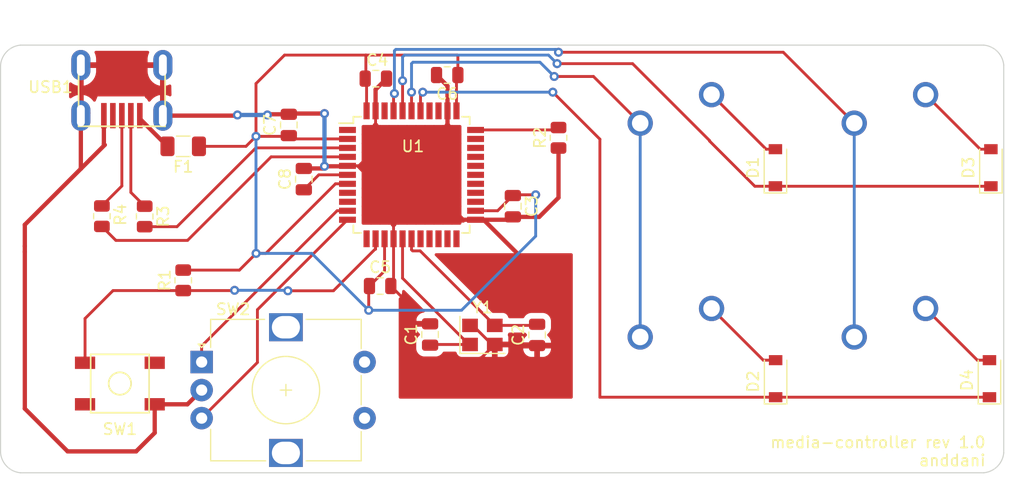
<source format=kicad_pcb>
(kicad_pcb (version 20211014) (generator pcbnew)
  (layers (0 "F.Cu" signal) (31 "B.Cu" signal) (34 "B.Paste" user) (35 "F.Paste" user) (36 "B.SilkS" user "B.Silkscreen") (37 "F.SilkS" user "F.Silkscreen") (38 "B.Mask" user) (39 "F.Mask" user) (44 "Edge.Cuts" user))
  (net 0 "")
  (net 1 "Net-(C1-Pad1)")
  (net 2 "GND")
  (net 3 "Net-(C2-Pad2)")
  (net 4 "VCC")
  (net 5 "Net-(C8-Pad1)")
  (net 6 "/row0")
  (net 7 "Net-(D1-Pad2)")
  (net 8 "/row1")
  (net 9 "Net-(D2-Pad2)")
  (net 10 "Net-(D3-Pad2)")
  (net 11 "Net-(D4-Pad2)")
  (net 12 "+5V")
  (net 13 "/col0")
  (net 14 "/col1")
  (net 15 "Net-(R1-Pad1)")
  (net 16 "Net-(R2-Pad2)")
  (net 17 "Net-(R3-Pad1)")
  (net 18 "Net-(R3-Pad2)")
  (net 19 "Net-(R4-Pad1)")
  (net 20 "Net-(R4-Pad2)")
  (net 21 "/EN1")
  (net 22 "/EN2")
  (footprint "Capacitor_SMD:C_0805_2012Metric" (layer "F.Cu") (at 140.081 95.035 90)
    (fp_text reference "C2" (at 0 -1.68 90) (layer "F.SilkS"))
    (fp_text value "22p")
    (fp_line (start -0.261252 -0.735) (end 0.261252 -0.735) (layer "F.SilkS") (width 0.12))
    (fp_line (start -0.261252 0.735) (end 0.261252 0.735) (layer "F.SilkS") (width 0.12))
    (pad "1" smd roundrect (at -0.95 0 90) (size 1 1.45) (layers "F.Cu" "F.Paste" "F.Mask") (net 2 "GND"))
    (pad "2" smd roundrect (at 0.95 0 90) (size 1 1.45) (layers "F.Cu" "F.Paste" "F.Mask") (net 3 "Net-(C2-Pad2)"))
  )
  (footprint "random-keyboard-parts:Molex-0548190589" (layer "F.Cu") (at 103.124 70.996505 -90)
    (fp_text reference "USB1" (at 1.96 6.35) (layer "F.SilkS"))
    (fp_text value "Molex-0548190589")
    (fp_line (start 5.45 -3.85) (end 5.45 3.85) (layer "F.SilkS") (width 0.15))
    (fp_line (start 0 3.85) (end 5.45 3.85) (layer "F.SilkS") (width 0.15))
    (fp_line (start 0 -3.85) (end 5.45 -3.85) (layer "F.SilkS") (width 0.15))
    (pad "1" smd rect (at 4.5 1.6 270) (size 2.25 0.5) (layers "F.Cu" "F.Paste" "F.Mask") (net 2 "GND"))
    (pad "2" smd rect (at 4.5 0.8 270) (size 2.25 0.5) (layers "F.Cu" "F.Paste" "F.Mask"))
    (pad "3" smd rect (at 4.5 0 270) (size 2.25 0.5) (layers "F.Cu" "F.Paste" "F.Mask") (net 19 "Net-(R4-Pad1)"))
    (pad "4" smd rect (at 4.5 -0.8 270) (size 2.25 0.5) (layers "F.Cu" "F.Paste" "F.Mask") (net 17 "Net-(R3-Pad1)"))
    (pad "5" smd rect (at 4.5 -1.6 270) (size 2.25 0.5) (layers "F.Cu" "F.Paste" "F.Mask") (net 4 "VCC"))
    (pad "6" thru_hole oval (at 4.5 3.65 270) (size 2.7 1.7) (drill oval 1.9 0.7) (layers *.Cu *.Mask) (net 2 "GND"))
    (pad "6" thru_hole oval (at 0 3.65 270) (size 2.7 1.7) (drill oval 1.9 0.7) (layers *.Cu *.Mask) (net 2 "GND"))
    (pad "6" thru_hole oval (at 4.5 -3.65 270) (size 2.7 1.7) (drill oval 1.9 0.7) (layers *.Cu *.Mask) (net 2 "GND"))
    (pad "6" thru_hole oval (at 0 -3.65 270) (size 2.7 1.7) (drill oval 1.9 0.7) (layers *.Cu *.Mask) (net 2 "GND"))
  )
  (footprint "Capacitor_SMD:C_0805_2012Metric" (layer "F.Cu") (at 117.983 76.327 90)
    (fp_text reference "C7" (at 0 -1.68 90) (layer "F.SilkS"))
    (fp_text value "10u")
    (fp_line (start -0.261252 0.735) (end 0.261252 0.735) (layer "F.SilkS") (width 0.12))
    (fp_line (start -0.261252 -0.735) (end 0.261252 -0.735) (layer "F.SilkS") (width 0.12))
    (pad "1" smd roundrect (at -0.95 0 90) (size 1 1.45) (layers "F.Cu" "F.Paste" "F.Mask") (net 12 "+5V"))
    (pad "2" smd roundrect (at 0.95 0 90) (size 1 1.45) (layers "F.Cu" "F.Paste" "F.Mask") (net 2 "GND"))
  )
  (footprint "Package_QFP:TQFP-44_10x10mm_P0.8mm" (layer "F.Cu") (at 128.905 80.772)
    (fp_text reference "U1" (at 0.127 -2.54 180) (layer "F.SilkS"))
    (fp_text value "ATMEGA32U4")
    (fp_line (start 5.175 5.175) (end 5.175 4.5) (layer "F.SilkS") (width 0.15))
    (fp_line (start -5.175 -5.175) (end -4.5 -5.175) (layer "F.SilkS") (width 0.15))
    (fp_line (start 5.175 -5.175) (end 4.5 -5.175) (layer "F.SilkS") (width 0.15))
    (fp_line (start -5.175 5.175) (end -4.5 5.175) (layer "F.SilkS") (width 0.15))
    (fp_line (start 5.175 5.175) (end 4.5 5.175) (layer "F.SilkS") (width 0.15))
    (fp_line (start 5.175 -5.175) (end 5.175 -4.5) (layer "F.SilkS") (width 0.15))
    (fp_line (start -5.175 5.175) (end -5.175 4.5) (layer "F.SilkS") (width 0.15))
    (fp_line (start -5.175 -5.175) (end -5.175 -4.6) (layer "F.SilkS") (width 0.15))
    (fp_line (start -5.175 -4.6) (end -6.45 -4.6) (layer "F.SilkS") (width 0.15))
    (pad "1" smd rect (at -5.7 -4) (size 1.5 0.55) (layers "F.Cu" "F.Paste" "F.Mask"))
    (pad "2" smd rect (at -5.7 -3.2) (size 1.5 0.55) (layers "F.Cu" "F.Paste" "F.Mask") (net 12 "+5V"))
    (pad "3" smd rect (at -5.7 -2.4) (size 1.5 0.55) (layers "F.Cu" "F.Paste" "F.Mask") (net 18 "Net-(R3-Pad2)"))
    (pad "4" smd rect (at -5.7 -1.6) (size 1.5 0.55) (layers "F.Cu" "F.Paste" "F.Mask") (net 20 "Net-(R4-Pad2)"))
    (pad "5" smd rect (at -5.7 -0.8) (size 1.5 0.55) (layers "F.Cu" "F.Paste" "F.Mask") (net 2 "GND"))
    (pad "6" smd rect (at -5.7 0) (size 1.5 0.55) (layers "F.Cu" "F.Paste" "F.Mask") (net 5 "Net-(C8-Pad1)"))
    (pad "7" smd rect (at -5.7 0.8) (size 1.5 0.55) (layers "F.Cu" "F.Paste" "F.Mask") (net 12 "+5V"))
    (pad "8" smd rect (at -5.7 1.6) (size 1.5 0.55) (layers "F.Cu" "F.Paste" "F.Mask"))
    (pad "9" smd rect (at -5.7 2.4) (size 1.5 0.55) (layers "F.Cu" "F.Paste" "F.Mask"))
    (pad "10" smd rect (at -5.7 3.2) (size 1.5 0.55) (layers "F.Cu" "F.Paste" "F.Mask") (net 22 "/EN2"))
    (pad "11" smd rect (at -5.7 4) (size 1.5 0.55) (layers "F.Cu" "F.Paste" "F.Mask") (net 21 "/EN1"))
    (pad "12" smd rect (at -4 5.7 90) (size 1.5 0.55) (layers "F.Cu" "F.Paste" "F.Mask"))
    (pad "13" smd rect (at -3.2 5.7 90) (size 1.5 0.55) (layers "F.Cu" "F.Paste" "F.Mask") (net 15 "Net-(R1-Pad1)"))
    (pad "14" smd rect (at -2.4 5.7 90) (size 1.5 0.55) (layers "F.Cu" "F.Paste" "F.Mask") (net 12 "+5V"))
    (pad "15" smd rect (at -1.6 5.7 90) (size 1.5 0.55) (layers "F.Cu" "F.Paste" "F.Mask") (net 2 "GND"))
    (pad "16" smd rect (at -0.8 5.7 90) (size 1.5 0.55) (layers "F.Cu" "F.Paste" "F.Mask") (net 1 "Net-(C1-Pad1)"))
    (pad "17" smd rect (at 0 5.7 90) (size 1.5 0.55) (layers "F.Cu" "F.Paste" "F.Mask") (net 3 "Net-(C2-Pad2)"))
    (pad "18" smd rect (at 0.8 5.7 90) (size 1.5 0.55) (layers "F.Cu" "F.Paste" "F.Mask"))
    (pad "19" smd rect (at 1.6 5.7 90) (size 1.5 0.55) (layers "F.Cu" "F.Paste" "F.Mask"))
    (pad "20" smd rect (at 2.4 5.7 90) (size 1.5 0.55) (layers "F.Cu" "F.Paste" "F.Mask"))
    (pad "21" smd rect (at 3.2 5.7 90) (size 1.5 0.55) (layers "F.Cu" "F.Paste" "F.Mask"))
    (pad "22" smd rect (at 4 5.7 90) (size 1.5 0.55) (layers "F.Cu" "F.Paste" "F.Mask"))
    (pad "23" smd rect (at 5.7 4) (size 1.5 0.55) (layers "F.Cu" "F.Paste" "F.Mask") (net 2 "GND"))
    (pad "24" smd rect (at 5.7 3.2) (size 1.5 0.55) (layers "F.Cu" "F.Paste" "F.Mask") (net 12 "+5V"))
    (pad "25" smd rect (at 5.7 2.4) (size 1.5 0.55) (layers "F.Cu" "F.Paste" "F.Mask"))
    (pad "26" smd rect (at 5.7 1.6) (size 1.5 0.55) (layers "F.Cu" "F.Paste" "F.Mask"))
    (pad "27" smd rect (at 5.7 0.8) (size 1.5 0.55) (layers "F.Cu" "F.Paste" "F.Mask"))
    (pad "28" smd rect (at 5.7 0) (size 1.5 0.55) (layers "F.Cu" "F.Paste" "F.Mask"))
    (pad "29" smd rect (at 5.7 -0.8) (size 1.5 0.55) (layers "F.Cu" "F.Paste" "F.Mask"))
    (pad "30" smd rect (at 5.7 -1.6) (size 1.5 0.55) (layers "F.Cu" "F.Paste" "F.Mask"))
    (pad "31" smd rect (at 5.7 -2.4) (size 1.5 0.55) (layers "F.Cu" "F.Paste" "F.Mask"))
    (pad "32" smd rect (at 5.7 -3.2) (size 1.5 0.55) (layers "F.Cu" "F.Paste" "F.Mask"))
    (pad "33" smd rect (at 5.7 -4) (size 1.5 0.55) (layers "F.Cu" "F.Paste" "F.Mask") (net 16 "Net-(R2-Pad2)"))
    (pad "34" smd rect (at 4 -5.7 90) (size 1.5 0.55) (layers "F.Cu" "F.Paste" "F.Mask") (net 12 "+5V"))
    (pad "35" smd rect (at 3.2 -5.7 90) (size 1.5 0.55) (layers "F.Cu" "F.Paste" "F.Mask") (net 2 "GND"))
    (pad "36" smd rect (at 2.4 -5.7 90) (size 1.5 0.55) (layers "F.Cu" "F.Paste" "F.Mask"))
    (pad "37" smd rect (at 1.6 -5.7 90) (size 1.5 0.55) (layers "F.Cu" "F.Paste" "F.Mask"))
    (pad "38" smd rect (at 0.8 -5.7 90) (size 1.5 0.55) (layers "F.Cu" "F.Paste" "F.Mask") (net 8 "/row1"))
    (pad "39" smd rect (at 0 -5.7 90) (size 1.5 0.55) (layers "F.Cu" "F.Paste" "F.Mask") (net 13 "/col0"))
    (pad "40" smd rect (at -0.8 -5.7 90) (size 1.5 0.55) (layers "F.Cu" "F.Paste" "F.Mask") (net 6 "/row0"))
    (pad "41" smd rect (at -1.6 -5.7 90) (size 1.5 0.55) (layers "F.Cu" "F.Paste" "F.Mask") (net 14 "/col1"))
    (pad "42" smd rect (at -2.4 -5.7 90) (size 1.5 0.55) (layers "F.Cu" "F.Paste" "F.Mask"))
    (pad "43" smd rect (at -3.2 -5.7 90) (size 1.5 0.55) (layers "F.Cu" "F.Paste" "F.Mask") (net 2 "GND"))
    (pad "44" smd rect (at -4 -5.7 90) (size 1.5 0.55) (layers "F.Cu" "F.Paste" "F.Mask") (net 12 "+5V"))
  )
  (footprint "Capacitor_SMD:C_0805_2012Metric" (layer "F.Cu") (at 137.922 83.566 -90)
    (fp_text reference "C3" (at 0 -1.68 90) (layer "F.SilkS"))
    (fp_text value "0.1u")
    (fp_line (start -0.261252 0.735) (end 0.261252 0.735) (layer "F.SilkS") (width 0.12))
    (fp_line (start -0.261252 -0.735) (end 0.261252 -0.735) (layer "F.SilkS") (width 0.12))
    (pad "1" smd roundrect (at -0.95 0 270) (size 1 1.45) (layers "F.Cu" "F.Paste" "F.Mask") (net 12 "+5V"))
    (pad "2" smd roundrect (at 0.95 0 270) (size 1 1.45) (layers "F.Cu" "F.Paste" "F.Mask") (net 2 "GND"))
  )
  (footprint "MX_Alps_Hybrid:MXOnly-1U-NoLED" (layer "F.Cu") (at 153.06675 78.70825)
    (fp_text reference "K1")
    (fp_text value "KEYSW")
    (pad "" np_thru_hole circle locked (at 0 0) (size 3.9878 3.9878) (drill 3.9878) (layers *.Cu *.Mask))
    (pad "" np_thru_hole circle locked (at -5.08 0 48.0996) (size 1.75 1.75) (drill 1.75) (layers *.Cu *.Mask))
    (pad "" np_thru_hole circle locked (at 5.08 0 48.0996) (size 1.75 1.75) (drill 1.75) (layers *.Cu *.Mask))
    (pad "1" thru_hole circle locked (at -3.81 -2.54) (size 2.25 2.25) (drill 1.47) (layers *.Cu "B.Mask") (net 13 "/col0"))
    (pad "2" thru_hole circle locked (at 2.54 -5.08) (size 2.25 2.25) (drill 1.47) (layers *.Cu "B.Mask") (net 7 "Net-(D1-Pad2)"))
  )
  (footprint "Resistor_SMD:R_0805_2012Metric" (layer "F.Cu") (at 108.585 90.17 90)
    (fp_text reference "R1" (at 0 -1.65 90) (layer "F.SilkS"))
    (fp_text value "10k")
    (fp_line (start -0.227064 0.735) (end 0.227064 0.735) (layer "F.SilkS") (width 0.12))
    (fp_line (start -0.227064 -0.735) (end 0.227064 -0.735) (layer "F.SilkS") (width 0.12))
    (pad "1" smd roundrect (at -0.9125 0 90) (size 1.025 1.4) (layers "F.Cu" "F.Paste" "F.Mask") (roundrect_rratio 0.243902) (net 15 "Net-(R1-Pad1)"))
    (pad "2" smd roundrect (at 0.9125 0 90) (size 1.025 1.4) (layers "F.Cu" "F.Paste" "F.Mask") (roundrect_rratio 0.243902) (net 12 "+5V"))
  )
  (footprint "Fuse:Fuse_1206_3216Metric" (layer "F.Cu") (at 108.585 78.232 180)
    (fp_text reference "F1" (at 0 -1.82) (layer "F.SilkS"))
    (fp_text value "500mA")
    (fp_line (start -0.602064 -0.91) (end 0.602064 -0.91) (layer "F.SilkS") (width 0.12))
    (fp_line (start -0.602064 0.91) (end 0.602064 0.91) (layer "F.SilkS") (width 0.12))
    (pad "1" smd roundrect (at -1.4 0 180) (size 1.25 1.75) (layers "F.Cu" "F.Paste" "F.Mask") (roundrect_rratio 0.2) (net 12 "+5V"))
    (pad "2" smd roundrect (at 1.4 0 180) (size 1.25 1.75) (layers "F.Cu" "F.Paste" "F.Mask") (roundrect_rratio 0.2) (net 4 "VCC"))
  )
  (footprint "Resistor_SMD:R_0805_2012Metric" (layer "F.Cu") (at 105.156 84.4785 -90)
    (fp_text reference "R3" (at 0 -1.65 90) (layer "F.SilkS"))
    (fp_text value "22")
    (fp_line (start -0.227064 0.735) (end 0.227064 0.735) (layer "F.SilkS") (width 0.12))
    (fp_line (start -0.227064 -0.735) (end 0.227064 -0.735) (layer "F.SilkS") (width 0.12))
    (pad "1" smd roundrect (at -0.9125 0 270) (size 1.025 1.4) (layers "F.Cu" "F.Paste" "F.Mask") (roundrect_rratio 0.243902) (net 17 "Net-(R3-Pad1)"))
    (pad "2" smd roundrect (at 0.9125 0 270) (size 1.025 1.4) (layers "F.Cu" "F.Paste" "F.Mask") (roundrect_rratio 0.243902) (net 18 "Net-(R3-Pad2)"))
  )
  (footprint "Rotary_Encoder:RotaryEncoder_Alps_EC12E-Switch_Vertical_H20mm" (layer "F.Cu") (at 110.225 97.449)
    (fp_text reference "SW2" (at 2.8 -4.7) (layer "F.SilkS"))
    (fp_text value "Rotary_Encoder")
    (fp_line (start 0.8 -3.8) (end 0.8 -1.3) (layer "F.SilkS") (width 0.12))
    (fp_line (start 14.2 1.2) (end 14.2 3.8) (layer "F.SilkS") (width 0.12))
    (fp_line (start 0 -1.3) (end -0.3 -1.6) (layer "F.SilkS") (width 0.12))
    (fp_line (start 5.7 8.8) (end 0.8 8.8) (layer "F.SilkS") (width 0.12))
    (fp_line (start 0.3 -1.6) (end 0 -1.3) (layer "F.SilkS") (width 0.12))
    (fp_line (start 0.8 8.8) (end 0.8 6) (layer "F.SilkS") (width 0.12))
    (fp_line (start 14.2 8.8) (end 9.3 8.8) (layer "F.SilkS") (width 0.12))
    (fp_line (start 14.2 -3.8) (end 14.2 -1.2) (layer "F.SilkS") (width 0.12))
    (fp_line (start 7.5 2) (end 7.5 3) (layer "F.SilkS") (width 0.12))
    (fp_line (start -0.3 -1.6) (end 0.3 -1.6) (layer "F.SilkS") (width 0.12))
    (fp_line (start 9.3 -3.8) (end 14.2 -3.8) (layer "F.SilkS") (width 0.12))
    (fp_line (start 5.6 -3.8) (end 0.8 -3.8) (layer "F.SilkS") (width 0.12))
    (fp_line (start 7 2.5) (end 8 2.5) (layer "F.SilkS") (width 0.12))
    (fp_line (start 14.2 6.2) (end 14.2 8.8) (layer "F.SilkS") (width 0.12))
    (fp_circle (center 7.5 2.5) (end 10.5 2.5) (layer "F.SilkS") (width 0.12) (fill none))
    (pad "A" thru_hole rect locked (at 0 0) (size 2 2) (drill 1) (layers *.Cu *.Mask) (net 22 "/EN2"))
    (pad "B" thru_hole circle locked (at 0 5) (size 2 2) (drill 1) (layers *.Cu *.Mask) (net 21 "/EN1"))
    (pad "C" thru_hole circle locked (at 0 2.5) (size 2 2) (drill 1) (layers *.Cu *.Mask) (net 2 "GND"))
    (pad "MP" thru_hole rect locked (at 7.5 8.1) (size 3 2.5) (drill oval 2.5 2) (layers *.Cu *.Mask))
    (pad "MP" thru_hole rect locked (at 7.5 -3.1) (size 3 2.5) (drill oval 2.5 2) (layers *.Cu *.Mask))
    (pad "S1" thru_hole circle locked (at 14.5 0) (size 2 2) (drill 1) (layers *.Cu *.Mask))
    (pad "S2" thru_hole circle locked (at 14.5 5) (size 2 2) (drill 1) (layers *.Cu *.Mask))
  )
  (footprint "Capacitor_SMD:C_0805_2012Metric" (layer "F.Cu") (at 130.556 94.996 90)
    (fp_text reference "C1" (at 0 -1.68 90) (layer "F.SilkS"))
    (fp_text value "22p")
    (fp_line (start -0.261252 -0.735) (end 0.261252 -0.735) (layer "F.SilkS") (width 0.12))
    (fp_line (start -0.261252 0.735) (end 0.261252 0.735) (layer "F.SilkS") (width 0.12))
    (pad "1" smd roundrect (at -0.95 0 90) (size 1 1.45) (layers "F.Cu" "F.Paste" "F.Mask") (net 1 "Net-(C1-Pad1)"))
    (pad "2" smd roundrect (at 0.95 0 90) (size 1 1.45) (layers "F.Cu" "F.Paste" "F.Mask") (net 2 "GND"))
  )
  (footprint "Diode_SMD:D_SOD-123" (layer "F.Cu") (at 161.29 80.137 90)
    (fp_text reference "D1" (at 0 -2 90) (layer "F.SilkS"))
    (fp_text value "D")
    (fp_line (start -2.25 1) (end 1.65 1) (layer "F.SilkS") (width 0.12))
    (fp_line (start -2.25 -1) (end -2.25 1) (layer "F.SilkS") (width 0.12))
    (fp_line (start -2.25 -1) (end 1.65 -1) (layer "F.SilkS") (width 0.12))
    (pad "1" smd rect (at -1.65 0 90) (size 0.9 1.2) (layers "F.Cu" "F.Paste" "F.Mask") (net 6 "/row0"))
    (pad "2" smd rect (at 1.65 0 90) (size 0.9 1.2) (layers "F.Cu" "F.Paste" "F.Mask") (net 7 "Net-(D1-Pad2)"))
  )
  (footprint "Diode_SMD:D_SOD-123" (layer "F.Cu") (at 161.30905 98.933 90)
    (fp_text reference "D2" (at -0.254 -2 90) (layer "F.SilkS"))
    (fp_text value "D")
    (fp_line (start -2.25 1) (end 1.65 1) (layer "F.SilkS") (width 0.12))
    (fp_line (start -2.25 -1) (end -2.25 1) (layer "F.SilkS") (width 0.12))
    (fp_line (start -2.25 -1) (end 1.65 -1) (layer "F.SilkS") (width 0.12))
    (pad "1" smd rect (at -1.65 0 90) (size 0.9 1.2) (layers "F.Cu" "F.Paste" "F.Mask") (net 8 "/row1"))
    (pad "2" smd rect (at 1.65 0 90) (size 0.9 1.2) (layers "F.Cu" "F.Paste" "F.Mask") (net 9 "Net-(D2-Pad2)"))
  )
  (footprint "Capacitor_SMD:C_0805_2012Metric" (layer "F.Cu") (at 125.73 72.202)
    (fp_text reference "C4" (at 0.127 -1.651) (layer "F.SilkS"))
    (fp_text value "0.1u")
    (fp_line (start -0.261252 0.735) (end 0.261252 0.735) (layer "F.SilkS") (width 0.12))
    (fp_line (start -0.261252 -0.735) (end 0.261252 -0.735) (layer "F.SilkS") (width 0.12))
    (pad "1" smd roundrect (at -0.95 0) (size 1 1.45) (layers "F.Cu" "F.Paste" "F.Mask") (net 12 "+5V"))
    (pad "2" smd roundrect (at 0.95 0) (size 1 1.45) (layers "F.Cu" "F.Paste" "F.Mask") (net 2 "GND"))
  )
  (footprint "Crystal:Crystal_SMD_3225-4Pin_3.2x2.5mm" (layer "F.Cu") (at 135.212 95.035)
    (fp_text reference "Y1" (at 0 -2.45) (layer "F.SilkS"))
    (fp_text value "Crystal_GND24")
    (fp_line (start -2 1.65) (end 2 1.65) (layer "F.SilkS") (width 0.12))
    (fp_line (start -2 -1.65) (end -2 1.65) (layer "F.SilkS") (width 0.12))
    (pad "1" smd rect (at -1.1 0.85) (size 1.4 1.2) (layers "F.Cu" "F.Paste" "F.Mask") (net 1 "Net-(C1-Pad1)"))
    (pad "2" smd rect (at 1.1 0.85) (size 1.4 1.2) (layers "F.Cu" "F.Paste" "F.Mask") (net 2 "GND"))
    (pad "3" smd rect (at 1.1 -0.85) (size 1.4 1.2) (layers "F.Cu" "F.Paste" "F.Mask") (net 3 "Net-(C2-Pad2)"))
    (pad "4" smd rect (at -1.1 -0.85) (size 1.4 1.2) (layers "F.Cu" "F.Paste" "F.Mask") (net 2 "GND"))
  )
  (footprint "Capacitor_SMD:C_0805_2012Metric" (layer "F.Cu") (at 126.111 90.678)
    (fp_text reference "C5" (at 0 -1.68) (layer "F.SilkS"))
    (fp_text value "0.1u")
    (fp_line (start -0.261252 -0.735) (end 0.261252 -0.735) (layer "F.SilkS") (width 0.12))
    (fp_line (start -0.261252 0.735) (end 0.261252 0.735) (layer "F.SilkS") (width 0.12))
    (pad "1" smd roundrect (at -0.95 0) (size 1 1.45) (layers "F.Cu" "F.Paste" "F.Mask") (net 12 "+5V"))
    (pad "2" smd roundrect (at 0.95 0) (size 1 1.45) (layers "F.Cu" "F.Paste" "F.Mask") (net 2 "GND"))
  )
  (footprint "Resistor_SMD:R_0805_2012Metric" (layer "F.Cu") (at 141.986 77.47 90)
    (fp_text reference "R2" (at 0 -1.65 90) (layer "F.SilkS"))
    (fp_text value "10k")
    (fp_line (start -0.227064 0.735) (end 0.227064 0.735) (layer "F.SilkS") (width 0.12))
    (fp_line (start -0.227064 -0.735) (end 0.227064 -0.735) (layer "F.SilkS") (width 0.12))
    (pad "1" smd roundrect (at -0.9125 0 90) (size 1.025 1.4) (layers "F.Cu" "F.Paste" "F.Mask") (roundrect_rratio 0.243902) (net 2 "GND"))
    (pad "2" smd roundrect (at 0.9125 0 90) (size 1.025 1.4) (layers "F.Cu" "F.Paste" "F.Mask") (roundrect_rratio 0.243902) (net 16 "Net-(R2-Pad2)"))
  )
  (footprint "Diode_SMD:D_SOD-123" (layer "F.Cu") (at 180.34 98.933 90)
    (fp_text reference "D4" (at -0.127 -2 90) (layer "F.SilkS"))
    (fp_text value "D")
    (fp_line (start -2.25 -1) (end -2.25 1) (layer "F.SilkS") (width 0.12))
    (fp_line (start -2.25 1) (end 1.65 1) (layer "F.SilkS") (width 0.12))
    (fp_line (start -2.25 -1) (end 1.65 -1) (layer "F.SilkS") (width 0.12))
    (pad "1" smd rect (at -1.65 0 90) (size 0.9 1.2) (layers "F.Cu" "F.Paste" "F.Mask") (net 8 "/row1"))
    (pad "2" smd rect (at 1.65 0 90) (size 0.9 1.2) (layers "F.Cu" "F.Paste" "F.Mask") (net 11 "Net-(D4-Pad2)"))
  )
  (footprint "MX_Alps_Hybrid:MXOnly-1U-NoLED" (layer "F.Cu") (at 172.11675 97.75825)
    (fp_text reference "K4")
    (fp_text value "KEYSW")
    (pad "" np_thru_hole circle locked (at 0 0) (size 3.9878 3.9878) (drill 3.9878) (layers *.Cu *.Mask))
    (pad "" np_thru_hole circle locked (at -5.08 0 48.0996) (size 1.75 1.75) (drill 1.75) (layers *.Cu *.Mask))
    (pad "" np_thru_hole circle locked (at 5.08 0 48.0996) (size 1.75 1.75) (drill 1.75) (layers *.Cu *.Mask))
    (pad "1" thru_hole circle locked (at -3.81 -2.54) (size 2.25 2.25) (drill 1.47) (layers *.Cu "B.Mask") (net 14 "/col1"))
    (pad "2" thru_hole circle locked (at 2.54 -5.08) (size 2.25 2.25) (drill 1.47) (layers *.Cu "B.Mask") (net 11 "Net-(D4-Pad2)"))
  )
  (footprint "MX_Alps_Hybrid:MXOnly-1U-NoLED" (layer "F.Cu") (at 153.06675 97.75825)
    (fp_text reference "K2")
    (fp_text value "KEYSW")
    (pad "" np_thru_hole circle locked (at -5.08 0 48.0996) (size 1.75 1.75) (drill 1.75) (layers *.Cu *.Mask))
    (pad "" np_thru_hole circle locked (at 0 0) (size 3.9878 3.9878) (drill 3.9878) (layers *.Cu *.Mask))
    (pad "" np_thru_hole circle locked (at 5.08 0 48.0996) (size 1.75 1.75) (drill 1.75) (layers *.Cu *.Mask))
    (pad "1" thru_hole circle locked (at -3.81 -2.54) (size 2.25 2.25) (drill 1.47) (layers *.Cu "B.Mask") (net 13 "/col0"))
    (pad "2" thru_hole circle locked (at 2.54 -5.08) (size 2.25 2.25) (drill 1.47) (layers *.Cu "B.Mask") (net 9 "Net-(D2-Pad2)"))
  )
  (footprint "random-keyboard-parts:SKQG-1155865" (layer "F.Cu") (at 102.9481 99.3648)
    (fp_text reference "SW1" (at 0 4.064) (layer "F.SilkS"))
    (fp_text value "SW_PUSH")
    (fp_line (start -2.6 -2.6) (end 2.6 -2.6) (layer "F.SilkS") (width 0.15))
    (fp_line (start 2.6 -2.6) (end 2.6 2.6) (layer "F.SilkS") (width 0.15))
    (fp_line (start 2.6 2.6) (end -2.6 2.6) (layer "F.SilkS") (width 0.15))
    (fp_line (start -2.6 2.6) (end -2.6 -2.6) (layer "F.SilkS") (width 0.15))
    (fp_circle (center 0 0) (end 1 0) (layer "F.SilkS") (width 0.15) (fill none))
    (pad "1" smd rect locked (at 3.1 1.85) (size 1.8 1.1) (layers "F.Cu" "F.Paste" "F.Mask") (net 2 "GND"))
    (pad "2" smd rect locked (at -3.1 -1.85) (size 1.8 1.1) (layers "F.Cu" "F.Paste" "F.Mask") (net 15 "Net-(R1-Pad1)"))
    (pad "3" smd rect locked (at 3.1 -1.85) (size 1.8 1.1) (layers "F.Cu" "F.Paste" "F.Mask"))
    (pad "4" smd rect locked (at -3.1 1.85) (size 1.8 1.1) (layers "F.Cu" "F.Paste" "F.Mask"))
  )
  (footprint "MX_Alps_Hybrid:MXOnly-1U-NoLED" (layer "F.Cu") (at 172.11675 78.70825)
    (fp_text reference "K3")
    (fp_text value "KEYSW")
    (pad "" np_thru_hole circle locked (at 5.08 0 48.0996) (size 1.75 1.75) (drill 1.75) (layers *.Cu *.Mask))
    (pad "" np_thru_hole circle locked (at 0 0) (size 3.9878 3.9878) (drill 3.9878) (layers *.Cu *.Mask))
    (pad "" np_thru_hole circle locked (at -5.08 0 48.0996) (size 1.75 1.75) (drill 1.75) (layers *.Cu *.Mask))
    (pad "1" thru_hole circle locked (at -3.81 -2.54) (size 2.25 2.25) (drill 1.47) (layers *.Cu "B.Mask") (net 14 "/col1"))
    (pad "2" thru_hole circle locked (at 2.54 -5.08) (size 2.25 2.25) (drill 1.47) (layers *.Cu "B.Mask") (net 10 "Net-(D3-Pad2)"))
  )
  (footprint "Resistor_SMD:R_0805_2012Metric" (layer "F.Cu") (at 101.346 84.455 -90)
    (fp_text reference "R4" (at -0.127 -1.651 90) (layer "F.SilkS"))
    (fp_text value "22")
    (fp_line (start -0.227064 0.735) (end 0.227064 0.735) (layer "F.SilkS") (width 0.12))
    (fp_line (start -0.227064 -0.735) (end 0.227064 -0.735) (layer "F.SilkS") (width 0.12))
    (pad "1" smd roundrect (at -0.9125 0 270) (size 1.025 1.4) (layers "F.Cu" "F.Paste" "F.Mask") (roundrect_rratio 0.243902) (net 19 "Net-(R4-Pad1)"))
    (pad "2" smd roundrect (at 0.9125 0 270) (size 1.025 1.4) (layers "F.Cu" "F.Paste" "F.Mask") (roundrect_rratio 0.243902) (net 20 "Net-(R4-Pad2)"))
  )
  (footprint "Diode_SMD:D_SOD-123" (layer "F.Cu") (at 180.467 80.137 90)
    (fp_text reference "D3" (at 0 -2 90) (layer "F.SilkS"))
    (fp_text value "D")
    (fp_line (start -2.25 -1) (end -2.25 1) (layer "F.SilkS") (width 0.12))
    (fp_line (start -2.25 -1) (end 1.65 -1) (layer "F.SilkS") (width 0.12))
    (fp_line (start -2.25 1) (end 1.65 1) (layer "F.SilkS") (width 0.12))
    (pad "1" smd rect (at -1.65 0 90) (size 0.9 1.2) (layers "F.Cu" "F.Paste" "F.Mask") (net 6 "/row0"))
    (pad "2" smd rect (at 1.65 0 90) (size 0.9 1.2) (layers "F.Cu" "F.Paste" "F.Mask") (net 10 "Net-(D3-Pad2)"))
  )
  (footprint "Capacitor_SMD:C_0805_2012Metric" (layer "F.Cu") (at 119.319 81.153 90)
    (fp_text reference "C8" (at 0 -1.68 90) (layer "F.SilkS"))
    (fp_text value "1u")
    (fp_line (start -0.261252 0.735) (end 0.261252 0.735) (layer "F.SilkS") (width 0.12))
    (fp_line (start -0.261252 -0.735) (end 0.261252 -0.735) (layer "F.SilkS") (width 0.12))
    (pad "1" smd roundrect (at -0.95 0 90) (size 1 1.45) (layers "F.Cu" "F.Paste" "F.Mask") (net 5 "Net-(C8-Pad1)"))
    (pad "2" smd roundrect (at 0.95 0 90) (size 1 1.45) (layers "F.Cu" "F.Paste" "F.Mask") (net 2 "GND"))
  )
  (footprint "Capacitor_SMD:C_0805_2012Metric" (layer "F.Cu") (at 132.08 71.882 180)
    (fp_text reference "C6" (at 0 -1.68) (layer "F.SilkS"))
    (fp_text value "0.1u")
    (fp_line (start -0.261252 -0.735) (end 0.261252 -0.735) (layer "F.SilkS") (width 0.12))
    (fp_line (start -0.261252 0.735) (end 0.261252 0.735) (layer "F.SilkS") (width 0.12))
    (pad "1" smd roundrect (at -0.95 0 180) (size 1 1.45) (layers "F.Cu" "F.Paste" "F.Mask") (net 12 "+5V"))
    (pad "2" smd roundrect (at 0.95 0 180) (size 1 1.45) (layers "F.Cu" "F.Paste" "F.Mask") (net 2 "GND"))
  )
  (gr_line (start 92.329 70.993) (end 92.329 105.537) (layer "Edge.Cuts") (width 0.1))
  (gr_line (start 94.107 69.215) (end 179.832 69.215) (layer "Edge.Cuts") (width 0.1))
  (gr_line (start 94.107 107.315) (end 179.832 107.315) (layer "Edge.Cuts") (width 0.1))
  (gr_arc (start 181.61 105.537) (mid 181.043788 106.748788) (end 179.832 107.315) (layer "Edge.Cuts") (width 0.1))
  (gr_arc (start 92.329 70.993) (mid 92.895212 69.781212) (end 94.107 69.215) (layer "Edge.Cuts") (width 0.1))
  (gr_arc (start 94.107 107.315) (mid 92.895212 106.748788) (end 92.329 105.537) (layer "Edge.Cuts") (width 0.1))
  (gr_line (start 181.61 70.993) (end 181.61 105.537) (layer "Edge.Cuts") (width 0.1))
  (gr_arc (start 179.832 69.215) (mid 181.043788 69.781212) (end 181.61 70.993) (layer "Edge.Cuts") (width 0.1))
  (gr_text "media-controller rev 1.0\nanddani" (at 180.086 105.41) (layer "F.SilkS") (effects (font (size 1 1)) (justify right)))
  (segment (start 134.012 95.885) (end 128.105 89.978) (width 0.254) (layer "F.Cu") (net 1))
  (segment (start 134.112 95.885) (end 134.012 95.885) (width 0.254) (layer "F.Cu") (net 1))
  (segment (start 130.617 95.885) (end 134.112 95.885) (width 0.254) (layer "F.Cu") (net 1))
  (segment (start 130.556 95.946) (end 130.617 95.885) (width 0.254) (layer "F.Cu") (net 1))
  (segment (start 128.105 89.978) (end 128.105 86.472) (width 0.254) (layer "F.Cu") (net 1))
  (segment (start 130.656 95.846) (end 130.556 95.946) (width 0.254) (layer "F.Cu") (net 1))
  (segment (start 131.287 79.04) (end 132.105 79.858) (width 0.254) (layer "F.Cu") (net 2))
  (segment (start 131.13 71.882) (end 132.105 72.857) (width 0.381) (layer "F.Cu") (net 2))
  (segment (start 129.22 94.046) (end 130.556 94.046) (width 0.254) (layer "F.Cu") (net 2))
  (segment (start 142.367 91.821) (end 142.367 95.885) (width 0.381) (layer "F.Cu") (net 2))
  (segment (start 106.0481 103.7559) (end 104.394 105.41) (width 0.381) (layer "F.Cu") (net 2))
  (segment (start 139.981 95.885) (end 136.312 95.885) (width 0.381) (layer "F.Cu") (net 2))
  (segment (start 104.394 105.41) (end 98.298 105.41) (width 0.381) (layer "F.Cu") (net 2))
  (segment (start 127.061 90.678) (end 127.305 90.434) (width 0.254) (layer "F.Cu") (net 2))
  (segment (start 123.205 79.972) (end 124.209 79.972) (width 0.254) (layer "F.Cu") (net 2))
  (segment (start 101.6 78.105) (end 101.524 78.029) (width 0.381) (layer "F.Cu") (net 2))
  (segment (start 132.105 79.858) (end 132.105 75.072) (width 0.381) (layer "F.Cu") (net 2))
  (segment (start 125.705 78.476) (end 125.705 75.072) (width 0.254) (layer "F.Cu") (net 2))
  (segment (start 124.209 79.972) (end 125.141 79.04) (width 0.254) (layer "F.Cu") (net 2))
  (segment (start 134.605 84.772) (end 135.318 84.772) (width 0.381) (layer "F.Cu") (net 2))
  (segment (start 136.312 95.885) (end 136.058978 95.885) (width 0.254) (layer "F.Cu") (net 2))
  (segment (start 134.358978 94.185) (end 134.112 94.185) (width 0.254) (layer "F.Cu") (net 2))
  (segment (start 134.788 97.409) (end 129.413 97.409) (width 0.254) (layer "F.Cu") (net 2))
  (segment (start 126.68 72.202) (end 125.705 73.177) (width 0.381) (layer "F.Cu") (net 2))
  (segment (start 110.225 99.949) (end 108.9592 101.2148) (width 0.381) (layer "F.Cu") (net 2))
  (segment (start 132.105 72.857) (end 132.105 75.072) (width 0.381) (layer "F.Cu") (net 2))
  (segment (start 128.524 94.742) (end 129.22 94.046) (width 0.254) (layer "F.Cu") (net 2))
  (segment (start 125.141 79.04) (end 125.705 78.476) (width 0.254) (layer "F.Cu") (net 2))
  (segment (start 106.0481 101.2148) (end 106.0481 103.7559) (width 0.381) (layer "F.Cu") (net 2))
  (segment (start 127.305 86.472) (end 127.305 83.193978) (width 0.254) (layer "F.Cu") (net 2))
  (segment (start 116.139 75.377) (end 116.078 75.438) (width 0.381) (layer "F.Cu") (net 2))
  (segment (start 134.605 84.772) (end 137.666 84.772) (width 0.381) (layer "F.Cu") (net 2))
  (segment (start 140.081 95.985) (end 139.981 95.885) (width 0.381) (layer "F.Cu") (net 2))
  (segment (start 119.319 80.203) (end 120.965 80.203) (width 0.381) (layer "F.Cu") (net 2))
  (segment (start 117.983 75.377) (end 116.139 75.377) (width 0.381) (layer "F.Cu") (net 2))
  (segment (start 141.986 82.804) (end 140.274 84.516) (width 0.381) (layer "F.Cu") (net 2))
  (segment (start 125.141 79.04) (end 131.287 79.04) (width 0.254) (layer "F.Cu") (net 2))
  (segment (start 94.488 87.122) (end 94.488 85.217) (width 0.381) (layer "F.Cu") (net 2))
  (segment (start 124.083022 79.972) (end 123.205 79.972) (width 0.254) (layer "F.Cu") (net 2))
  (segment (start 121.158 80.01) (end 123.167 80.01) (width 0.381) (layer "F.Cu") (net 2))
  (segment (start 136.312 95.885) (end 134.788 97.409) (width 0.254) (layer "F.Cu") (net 2))
  (segment (start 99.5045 80.2005) (end 100.33 79.375) (width 0.381) (layer "F.Cu") (net 2))
  (segment (start 98.298 105.41) (end 94.488 101.6) (width 0.381) (layer "F.Cu") (net 2))
  (segment (start 99.474 80.17) (end 99.5045 80.2005) (width 0.381) (layer "F.Cu") (net 2))
  (segment (start 134.605 84.772) (end 133.474 84.772) (width 0.381) (layer "F.Cu") (net 2))
  (segment (start 140.274 84.516) (end 137.922 84.516) (width 0.381) (layer "F.Cu") (net 2))
  (segment (start 94.488 85.217) (end 99.5045 80.2005) (width 0.381) (layer "F.Cu") (net 2))
  (segment (start 129.22 92.837) (end 127.061 90.678) (width 0.254) (layer "F.Cu") (net 2))
  (segment (start 129.22 94.046) (end 129.22 92.837) (width 0.254) (layer "F.Cu") (net 2))
  (segment (start 142.267 95.985) (end 140.081 95.985) (width 0.381) (layer "F.Cu") (net 2))
  (segment (start 137.666 84.772) (end 137.922 84.516) (width 0.381) (layer "F.Cu") (net 2))
  (segment (start 106.774 75.4965) (end 113.3525 75.4965) (width 0.381) (layer "F.Cu") (net 2))
  (segment (start 135.318 84.772) (end 142.367 91.821) (width 0.381) (layer "F.Cu") (net 2))
  (segment (start 94.488 87.63) (end 94.488 87.122) (width 0.381) (layer "F.Cu") (net 2))
  (segment (start 99.474 75.496505) (end 99.474 80.17) (width 0.381) (layer "F.Cu") (net 2))
  (segment (start 121.158 75.311) (end 118.049 75.311) (width 0.381) (layer "F.Cu") (net 2))
  (segment (start 136.058978 95.885) (end 134.358978 94.185) (width 0.254) (layer "F.Cu") (net 2))
  (segment (start 108.9592 101.2148) (end 106.0481 101.2148) (width 0.381) (layer "F.Cu") (net 2))
  (segment (start 129.413 97.409) (end 128.524 96.52) (width 0.254) (layer "F.Cu") (net 2))
  (segment (start 118.049 75.311) (end 117.983 75.377) (width 0.381) (layer "F.Cu") (net 2))
  (segment (start 133.474 84.772) (end 132.105 83.403) (width 0.381) (layer "F.Cu") (net 2))
  (segment (start 141.986 78.3825) (end 141.986 82.804) (width 0.381) (layer "F.Cu") (net 2))
  (segment (start 100.33 79.375) (end 101.6 78.105) (width 0.381) (layer "F.Cu") (net 2))
  (segment (start 94.488 101.6) (end 94.488 87.63) (width 0.381) (layer "F.Cu") (net 2))
  (segment (start 127.305 90.434) (end 127.305 86.472) (width 0.254) (layer "F.Cu") (net 2))
  (segment (start 123.167 80.01) (end 123.205 79.972) (width 0.381) (layer "F.Cu") (net 2))
  (segment (start 120.965 80.203) (end 121.158 80.01) (width 0.381) (layer "F.Cu") (net 2))
  (segment (start 132.105 83.403) (end 132.105 79.858) (width 0.381) (layer "F.Cu") (net 2))
  (segment (start 127.305 83.193978) (end 124.083022 79.972) (width 0.254) (layer "F.Cu") (net 2))
  (segment (start 136.902 95.885) (end 136.312 95.885) (width 0.254) (layer "F.Cu") (net 2))
  (segment (start 113.3525 75.4965) (end 113.411 75.438) (width 0.381) (layer "F.Cu") (net 2))
  (segment (start 142.367 95.885) (end 142.267 95.985) (width 0.381) (layer "F.Cu") (net 2))
  (segment (start 128.524 96.52) (end 128.524 94.742) (width 0.254) (layer "F.Cu") (net 2))
  (segment (start 125.705 73.177) (end 125.705 75.072) (width 0.381) (layer "F.Cu") (net 2))
  (segment (start 101.524 78.029) (end 101.524 75.4965) (width 0.381) (layer "F.Cu") (net 2))
  (via (at 121.158 75.311) (size 0.8) (drill 0.4) (layers "F.Cu" "B.Cu") (net 2))
  (via (at 113.411 75.438) (size 0.8) (drill 0.4) (layers "F.Cu" "B.Cu") (net 2))
  (via (at 116.078 75.438) (size 0.8) (drill 0.4) (layers "F.Cu" "B.Cu") (net 2))
  (via (at 121.158 80.01) (size 0.8) (drill 0.4) (layers "F.Cu" "B.Cu") (net 2))
  (segment (start 121.158 80.01) (end 121.158 75.311) (width 0.381) (layer "B.Cu") (net 2))
  (segment (start 113.411 75.438) (end 116.078 75.438) (width 0.381) (layer "B.Cu") (net 2))
  (segment (start 129.006022 87.548511) (end 128.905 87.447489) (width 0.254) (layer "F.Cu") (net 3))
  (segment (start 136.312 94.185) (end 139.981 94.185) (width 0.254) (layer "F.Cu") (net 3))
  (segment (start 128.905 87.447489) (end 128.905 86.472) (width 0.254) (layer "F.Cu") (net 3))
  (segment (start 136.312 94.185) (end 129.675511 87.548511) (width 0.254) (layer "F.Cu") (net 3))
  (segment (start 139.981 94.185) (end 140.081 94.085) (width 0.254) (layer "F.Cu") (net 3))
  (segment (start 129.675511 87.548511) (end 129.006022 87.548511) (width 0.254) (layer "F.Cu") (net 3))
  (segment (start 104.724 75.4965) (end 104.724 75.771) (width 0.381) (layer "F.Cu") (net 4))
  (segment (start 104.724 75.771) (end 107.185 78.232) (width 0.381) (layer "F.Cu") (net 4))
  (segment (start 119.319 82.103) (end 120.65 80.772) (width 0.254) (layer "F.Cu") (net 5))
  (segment (start 120.65 80.772) (end 123.205 80.772) (width 0.254) (layer "F.Cu") (net 5))
  (segment (start 148.576783 70.866) (end 141.859 70.866) (width 0.254) (layer "F.Cu") (net 6))
  (segment (start 155.437171 77.76859) (end 155.437171 77.726388) (width 0.254) (layer "F.Cu") (net 6))
  (segment (start 128.1075 75.0695) (end 128.1075 72.39) (width 0.254) (layer "F.Cu") (net 6))
  (segment (start 155.437171 77.726388) (end 148.576783 70.866) (width 0.254) (layer "F.Cu") (net 6))
  (segment (start 161.29 81.787) (end 159.455581 81.787) (width 0.254) (layer "F.Cu") (net 6))
  (segment (start 180.467 81.787) (end 161.29 81.787) (width 0.254) (layer "F.Cu") (net 6))
  (segment (start 128.105 75.072) (end 128.1075 75.0695) (width 0.254) (layer "F.Cu") (net 6))
  (segment (start 159.455581 81.787) (end 155.437171 77.76859) (width 0.254) (layer "F.Cu") (net 6))
  (via (at 141.859 70.866) (size 0.8) (drill 0.4) (layers "F.Cu" "B.Cu") (net 6))
  (via (at 128.1075 72.39) (size 0.8) (drill 0.4) (layers "F.Cu" "B.Cu") (net 6))
  (segment (start 141.097 70.104) (end 141.859 70.866) (width 0.254) (layer "B.Cu") (net 6))
  (segment (start 128.1075 72.39) (end 128.1075 70.2665) (width 0.254) (layer "B.Cu") (net 6))
  (segment (start 128.1075 70.2665) (end 128.27 70.104) (width 0.254) (layer "B.Cu") (net 6))
  (segment (start 128.27 70.104) (end 141.097 70.104) (width 0.254) (layer "B.Cu") (net 6))
  (segment (start 160.4655 78.487) (end 161.29 78.487) (width 0.254) (layer "F.Cu") (net 7))
  (segment (start 155.60675 73.62825) (end 160.4655 78.487) (width 0.254) (layer "F.Cu") (net 7))
  (segment (start 145.669 100.584) (end 145.67 100.583) (width 0.254) (layer "F.Cu") (net 8))
  (segment (start 129.705 75.072) (end 129.705 73.605503) (width 0.254) (layer "F.Cu") (net 8))
  (segment (start 129.705 73.605503) (end 129.904503 73.406) (width 0.254) (layer "F.Cu") (net 8))
  (segment (start 145.67 100.583) (end 161.30905 100.583) (width 0.254) (layer "F.Cu") (net 8))
  (segment (start 180.34 100.583) (end 161.30905 100.583) (width 0.254) (layer "F.Cu") (net 8))
  (segment (start 145.669 77.597) (end 145.669 100.584) (width 0.254) (layer "F.Cu") (net 8))
  (segment (start 141.478 73.406) (end 145.669 77.597) (width 0.254) (layer "F.Cu") (net 8))
  (via (at 129.904503 73.406) (size 0.8) (drill 0.4) (layers "F.Cu" "B.Cu") (net 8))
  (via (at 141.478 73.406) (size 0.8) (drill 0.4) (layers "F.Cu" "B.Cu") (net 8))
  (segment (start 129.904503 73.406) (end 141.478 73.406) (width 0.254) (layer "B.Cu") (net 8))
  (segment (start 160.2115 97.283) (end 161.30905 97.283) (width 0.254) (layer "F.Cu") (net 9))
  (segment (start 155.60675 92.67825) (end 160.2115 97.283) (width 0.254) (layer "F.Cu") (net 9))
  (segment (start 179.5155 78.487) (end 180.467 78.487) (width 0.254) (layer "F.Cu") (net 10))
  (segment (start 174.65675 73.62825) (end 179.5155 78.487) (width 0.254) (layer "F.Cu") (net 10))
  (segment (start 174.65675 92.67825) (end 179.2615 97.283) (width 0.254) (layer "F.Cu") (net 11))
  (segment (start 179.2615 97.283) (end 180.34 97.283) (width 0.254) (layer "F.Cu") (net 11))
  (segment (start 115.062 77.343) (end 115.062 72.644) (width 0.254) (layer "F.Cu") (net 12))
  (segment (start 118.278 77.572) (end 123.205 77.572) (width 0.254) (layer "F.Cu") (net 12))
  (segment (start 125.161 90.678) (end 126.505 89.334) (width 0.254) (layer "F.Cu") (net 12))
  (segment (start 132.905 72.007) (end 132.905 75.072) (width 0.254) (layer "F.Cu") (net 12))
  (segment (start 134.605 83.972) (end 136.566 83.972) (width 0.254) (layer "F.Cu") (net 12))
  (segment (start 125.095 92.837) (end 125.095 90.744) (width 0.254) (layer "F.Cu") (net 12))
  (segment (start 117.917 77.343) (end 117.983 77.277) (width 0.254) (layer "F.Cu") (net 12))
  (segment (start 117.983 77.277) (end 118.278 77.572) (width 0.254) (layer "F.Cu") (net 12))
  (segment (start 126.505 89.334) (end 126.505 86.472) (width 0.254) (layer "F.Cu") (net 12))
  (segment (start 137.988 82.55) (end 137.922 82.616) (width 0.254) (layer "F.Cu") (net 12))
  (segment (start 136.566 83.972) (end 137.922 82.616) (width 0.254) (layer "F.Cu") (net 12))
  (segment (start 124.905 72.327) (end 124.78 72.202) (width 0.254) (layer "F.Cu") (net 12))
  (segment (start 139.954 82.55) (end 137.988 82.55) (width 0.254) (layer "F.Cu") (net 12))
  (segment (start 124.905 75.072) (end 124.905 72.327) (width 0.254) (layer "F.Cu") (net 12))
  (segment (start 113.587273 89.2575) (end 115.072793 87.77198) (width 0.254) (layer "F.Cu") (net 12))
  (segment (start 115.93602 87.77198) (end 122.136 81.572) (width 0.254) (layer "F.Cu") (net 12))
  (segment (start 108.585 89.2575) (end 113.587273 89.2575) (width 0.254) (layer "F.Cu") (net 12))
  (segment (start 133.03 71.882) (end 132.905 72.007) (width 0.254) (layer "F.Cu") (net 12))
  (segment (start 115.062 72.644) (end 117.602 70.104) (width 0.254) (layer "F.Cu") (net 12))
  (segment (start 124.841 70.104) (end 132.969 70.104) (width 0.254) (layer "F.Cu") (net 12))
  (segment (start 109.985 78.232) (end 114.173 78.232) (width 0.254) (layer "F.Cu") (net 12))
  (segment (start 124.841 72.141) (end 124.78 72.202) (width 0.254) (layer "F.Cu") (net 12))
  (segment (start 115.062 77.343) (end 117.917 77.343) (width 0.254) (layer "F.Cu") (net 12))
  (segment (start 124.841 70.104) (end 124.841 72.141) (width 0.254) (layer "F.Cu") (net 12))
  (segment (start 115.072793 87.77198) (end 115.93602 87.77198) (width 0.254) (layer "F.Cu") (net 12))
  (segment (start 125.095 90.744) (end 125.161 90.678) (width 0.254) (layer "F.Cu") (net 12))
  (segment (start 133.03 70.165) (end 133.03 71.882) (width 0.254) (layer "F.Cu") (net 12))
  (segment (start 114.173 78.232) (end 115.062 77.343) (width 0.254) (layer "F.Cu") (net 12))
  (segment (start 122.136 81.572) (end 123.205 81.572) (width 0.254) (layer "F.Cu") (net 12))
  (segment (start 132.969 70.104) (end 133.03 70.165) (width 0.254) (layer "F.Cu") (net 12))
  (segment (start 117.602 70.104) (end 124.841 70.104) (width 0.254) (layer "F.Cu") (net 12))
  (via (at 115.072793 87.77198) (size 0.8) (drill 0.4) (layers "F.Cu" "B.Cu") (net 12))
  (via (at 125.095 92.837) (size 0.8) (drill 0.4) (layers "F.Cu" "B.Cu") (net 12))
  (via (at 115.062 77.343) (size 0.8) (drill 0.4) (layers "F.Cu" "B.Cu") (net 12))
  (via (at 139.954 82.55) (size 0.8) (drill 0.4) (layers "F.Cu" "B.Cu") (net 12))
  (segment (start 139.954 86.233) (end 139.954 82.55) (width 0.254) (layer "B.Cu") (net 12))
  (segment (start 125.095 92.837) (end 133.35 92.837) (width 0.254) (layer "B.Cu") (net 12))
  (segment (start 133.35 92.837) (end 139.954 86.233) (width 0.254) (layer "B.Cu") (net 12))
  (segment (start 115.062 77.343) (end 115.062 87.761187) (width 0.254) (layer "B.Cu") (net 12))
  (segment (start 115.072793 87.77198) (end 120.02998 87.77198) (width 0.254) (layer "B.Cu") (net 12))
  (segment (start 120.02998 87.77198) (end 125.095 92.837) (width 0.254) (layer "B.Cu") (net 12))
  (segment (start 115.062 87.761187) (end 115.072793 87.77198) (width 0.254) (layer "B.Cu") (net 12))
  (segment (start 141.605 72.009) (end 145.0975 72.009) (width 0.254) (layer "F.Cu") (net 13))
  (segment (start 128.905 75.072) (end 128.905 73.406) (width 0.254) (layer "F.Cu") (net 13))
  (segment (start 145.0975 72.009) (end 149.25675 76.16825) (width 0.254) (layer "F.Cu") (net 13))
  (via (at 128.905 73.406) (size 0.8) (drill 0.4) (layers "F.Cu" "B.Cu") (net 13))
  (via (at 141.605 72.009) (size 0.8) (drill 0.4) (layers "F.Cu" "B.Cu") (net 13))
  (segment (start 128.905 70.866) (end 129.032 70.739) (width 0.254) (layer "B.Cu") (net 13))
  (segment (start 149.25675 76.16825) (end 149.25675 95.21825) (width 0.254) (layer "B.Cu") (net 13))
  (segment (start 128.905 73.406) (end 128.905 70.866) (width 0.254) (layer "B.Cu") (net 13))
  (segment (start 140.335 70.739) (end 141.605 72.009) (width 0.254) (layer "B.Cu") (net 13))
  (segment (start 129.032 70.739) (end 140.335 70.739) (width 0.254) (layer "B.Cu") (net 13))
  (segment (start 127.305 75.072) (end 127.305 73.609) (width 0.254) (layer "F.Cu") (net 14))
  (segment (start 141.986 69.85) (end 161.9885 69.85) (width 0.254) (layer "F.Cu") (net 14))
  (segment (start 161.9885 69.85) (end 168.30675 76.16825) (width 0.254) (layer "F.Cu") (net 14))
  (segment (start 127.305 73.609) (end 127.381 73.533) (width 0.254) (layer "F.Cu") (net 14))
  (via (at 141.986 69.85) (size 0.8) (drill 0.4) (layers "F.Cu" "B.Cu") (net 14))
  (via (at 127.381 73.533) (size 0.8) (drill 0.4) (layers "F.Cu" "B.Cu") (net 14))
  (segment (start 141.732 69.596) (end 141.986 69.85) (width 0.254) (layer "B.Cu") (net 14))
  (segment (start 127.381 69.723) (end 127.508 69.596) (width 0.254) (layer "B.Cu") (net 14))
  (segment (start 127.508 69.596) (end 141.732 69.596) (width 0.254) (layer "B.Cu") (net 14))
  (segment (start 127.381 73.533) (end 127.381 69.723) (width 0.254) (layer "B.Cu") (net 14))
  (segment (start 168.30675 76.16825) (end 168.30675 95.21825) (width 0.254) (layer "B.Cu") (net 14))
  (segment (start 99.8481 97.5148) (end 99.8481 93.5729) (width 0.254) (layer "F.Cu") (net 15))
  (segment (start 125.705 87.401) (end 125.705 86.472) (width 0.254) (layer "F.Cu") (net 15))
  (segment (start 102.3385 91.0825) (end 108.585 91.0825) (width 0.254) (layer "F.Cu") (net 15))
  (segment (start 121.951308 91.103714) (end 125.705 87.350022) (width 0.254) (layer "F.Cu") (net 15))
  (segment (start 99.8481 93.5729) (end 102.3385 91.0825) (width 0.254) (layer "F.Cu") (net 15))
  (segment (start 108.585 91.0825) (end 113.1335 91.0825) (width 0.254) (layer "F.Cu") (net 15))
  (segment (start 125.705 87.350022) (end 125.705 86.472) (width 0.254) (layer "F.Cu") (net 15))
  (segment (start 113.1335 91.0825) (end 113.157 91.059) (width 0.254) (layer "F.Cu") (net 15))
  (segment (start 117.900714 91.103714) (end 121.951308 91.103714) (width 0.254) (layer "F.Cu") (net 15))
  (via (at 117.900714 91.103714) (size 0.8) (drill 0.4) (layers "F.Cu" "B.Cu") (net 15))
  (via (at 113.157 91.059) (size 0.8) (drill 0.4) (layers "F.Cu" "B.Cu") (net 15))
  (segment (start 117.856 91.059) (end 117.900714 91.103714) (width 0.254) (layer "B.Cu") (net 15))
  (segment (start 113.157 91.059) (end 117.856 91.059) (width 0.254) (layer "B.Cu") (net 15))
  (segment (start 141.986 76.5575) (end 141.7715 76.772) (width 0.254) (layer "F.Cu") (net 16))
  (segment (start 141.7715 76.772) (end 134.605 76.772) (width 0.254) (layer "F.Cu") (net 16))
  (segment (start 103.924 82.334) (end 105.156 83.566) (width 0.254) (layer "F.Cu") (net 17))
  (segment (start 103.924 75.4965) (end 103.924 82.334) (width 0.254) (layer "F.Cu") (net 17))
  (segment (start 115.049 78.372) (end 123.205 78.372) (width 0.254) (layer "F.Cu") (net 18))
  (segment (start 108.03 85.391) (end 115.049 78.372) (width 0.254) (layer "F.Cu") (net 18))
  (segment (start 105.156 85.391) (end 108.03 85.391) (width 0.254) (layer "F.Cu") (net 18))
  (segment (start 103.124 75.4965) (end 103.124 81.7645) (width 0.254) (layer "F.Cu") (net 19))
  (segment (start 103.124 81.7645) (end 101.346 83.5425) (width 0.254) (layer "F.Cu") (net 19))
  (segment (start 116.408 79.172) (end 123.205 79.172) (width 0.254) (layer "F.Cu") (net 20))
  (segment (start 102.5925 86.614) (end 108.966 86.614) (width 0.254) (layer "F.Cu") (net 20))
  (segment (start 101.346 85.3675) (end 102.5925 86.614) (width 0.254) (layer "F.Cu") (net 20))
  (segment (start 108.966 86.614) (end 116.408 79.172) (width 0.254) (layer "F.Cu") (net 20))
  (segment (start 110.225 102.449) (end 115.189 97.485) (width 0.254) (layer "F.Cu") (net 21))
  (segment (start 115.189 97.485) (end 115.189 92.788) (width 0.254) (layer "F.Cu") (net 21))
  (segment (start 115.189 92.788) (end 123.205 84.772) (width 0.254) (layer "F.Cu") (net 21))
  (segment (start 110.225 97.449) (end 110.225 96.023) (width 0.254) (layer "F.Cu") (net 22))
  (segment (start 122.276 83.972) (end 123.205 83.972) (width 0.254) (layer "F.Cu") (net 22))
  (segment (start 110.225 96.023) (end 122.276 83.972) (width 0.254) (layer "F.Cu") (net 22))
  (zone (net 2) (net_name "GND") (layer "F.Cu") (connect_pads (clearance 0.508)) (min_thickness 0.254) (fill yes (thermal_gap 0.508) (thermal_bridge_width 0.508))
    (polygon (pts (xy 143.256 100.711) (xy 127.762 100.711) (xy 127.762 87.757) (xy 143.256 87.757)))
  )
  (zone (net 2) (net_name "GND") (layer "F.Cu") (connect_pads (clearance 0.508)) (min_thickness 0.254) (fill yes (thermal_gap 0.508) (thermal_bridge_width 0.508))
    (polygon (pts (xy 107.569 74.803) (xy 105.537 74.803) (xy 105.156 73.787) (xy 100.965 73.787) (xy 100.33 75.311) (xy 98.425 75.311) (xy 98.425 69.342) (xy 107.442 69.342)))
  )
  (zone (net 2) (net_name "GND") (layer "F.Cu") (connect_pads (clearance 0.508)) (min_thickness 0.254) (fill yes (thermal_gap 0.508) (thermal_bridge_width 0.508))
    (polygon (pts (xy 133.604 85.471) (xy 124.206 85.471) (xy 124.206 76.073) (xy 133.604 76.073)))
  )
)
</source>
